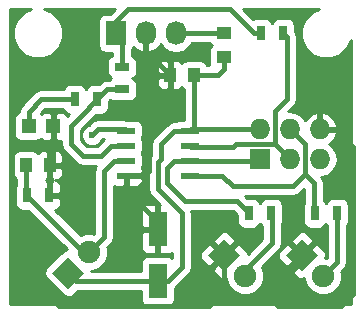
<source format=gtl>
G04 #@! TF.FileFunction,Copper,L1,Top,Signal*
%FSLAX46Y46*%
G04 Gerber Fmt 4.6, Leading zero omitted, Abs format (unit mm)*
G04 Created by KiCad (PCBNEW 4.0.1-stable) date Tuesday, March 29, 2016 'AMt' 12:48:36 AM*
%MOMM*%
G01*
G04 APERTURE LIST*
%ADD10C,0.100000*%
%ADD11R,1.600200X2.999740*%
%ADD12R,1.000000X1.250000*%
%ADD13C,1.900000*%
%ADD14R,1.198880X1.198880*%
%ADD15R,1.550000X0.600000*%
%ADD16R,1.250000X1.000000*%
%ADD17R,1.727200X1.727200*%
%ADD18O,1.727200X1.727200*%
%ADD19R,1.727200X2.032000*%
%ADD20O,1.727200X2.032000*%
%ADD21R,0.700000X1.300000*%
%ADD22R,1.300000X0.700000*%
%ADD23C,0.600000*%
%ADD24C,0.381000*%
%ADD25C,0.254000*%
G04 APERTURE END LIST*
D10*
D11*
X136144000Y-118531640D03*
X136144000Y-114132360D03*
D12*
X139176000Y-101092000D03*
X137176000Y-101092000D03*
X124984000Y-108712000D03*
X126984000Y-108712000D03*
D10*
G36*
X129902858Y-117891355D02*
X128559355Y-119234858D01*
X127145142Y-117820645D01*
X128488645Y-116477142D01*
X129902858Y-117891355D01*
X129902858Y-117891355D01*
G37*
D13*
X130320051Y-116059949D03*
D10*
G36*
X148300645Y-117710858D02*
X146957142Y-116367355D01*
X148371355Y-114953142D01*
X149714858Y-116296645D01*
X148300645Y-117710858D01*
X148300645Y-117710858D01*
G37*
D13*
X150132051Y-118128051D03*
D10*
G36*
X141696645Y-117710858D02*
X140353142Y-116367355D01*
X141767355Y-114953142D01*
X143110858Y-116296645D01*
X141696645Y-117710858D01*
X141696645Y-117710858D01*
G37*
D13*
X143528051Y-118128051D03*
D14*
X125188980Y-105410000D03*
X127287020Y-105410000D03*
D15*
X133444000Y-105791000D03*
X133444000Y-107061000D03*
X133444000Y-108331000D03*
X133444000Y-109601000D03*
X138844000Y-109601000D03*
X138844000Y-108331000D03*
X138844000Y-107061000D03*
X138844000Y-105791000D03*
D16*
X141732000Y-99552000D03*
X141732000Y-97552000D03*
D17*
X144780000Y-108204000D03*
D18*
X144780000Y-105664000D03*
X147320000Y-108204000D03*
X147320000Y-105664000D03*
X149860000Y-108204000D03*
X149860000Y-105664000D03*
D19*
X132588000Y-97536000D03*
D20*
X135128000Y-97536000D03*
X137668000Y-97536000D03*
D21*
X125034000Y-111252000D03*
X126934000Y-111252000D03*
X149418000Y-112776000D03*
X151318000Y-112776000D03*
X143830000Y-112776000D03*
X145730000Y-112776000D03*
X130998000Y-103124000D03*
X129098000Y-103124000D03*
D22*
X133096000Y-100396000D03*
X133096000Y-102296000D03*
D21*
X144846000Y-97536000D03*
X146746000Y-97536000D03*
D23*
X130556000Y-106172000D03*
D24*
X136144000Y-118531640D02*
X136992360Y-118531640D01*
X137541000Y-105791000D02*
X138844000Y-105791000D01*
X136398000Y-106934000D02*
X137541000Y-105791000D01*
X136398000Y-108204000D02*
X136398000Y-106934000D01*
X136144000Y-108458000D02*
X136398000Y-108204000D01*
X136144000Y-110744000D02*
X136144000Y-108458000D01*
X138176000Y-112776000D02*
X136144000Y-110744000D01*
X138176000Y-117348000D02*
X138176000Y-112776000D01*
X136992360Y-118531640D02*
X138176000Y-117348000D01*
X139176000Y-101092000D02*
X139176000Y-105459000D01*
X139176000Y-105459000D02*
X138844000Y-105791000D01*
X141732000Y-99552000D02*
X141732000Y-99568000D01*
X144780000Y-105664000D02*
X138971000Y-105664000D01*
X138971000Y-105664000D02*
X138844000Y-105791000D01*
X141732000Y-99552000D02*
X141732000Y-100584000D01*
X141224000Y-101092000D02*
X139176000Y-101092000D01*
X141732000Y-100584000D02*
X141224000Y-101092000D01*
X136144000Y-118531640D02*
X129199640Y-118531640D01*
X129199640Y-118531640D02*
X128524000Y-117856000D01*
X145288000Y-119888000D02*
X145542000Y-119888000D01*
X151130000Y-105664000D02*
X149860000Y-105664000D01*
X152654000Y-107188000D02*
X151130000Y-105664000D01*
X152654000Y-119634000D02*
X152654000Y-107188000D01*
X151638000Y-120650000D02*
X152654000Y-119634000D01*
X146304000Y-120650000D02*
X151638000Y-120650000D01*
X145542000Y-119888000D02*
X146304000Y-120650000D01*
X141732000Y-119380000D02*
X140462000Y-120650000D01*
X123698000Y-116586000D02*
X123698000Y-106680000D01*
X127762000Y-120650000D02*
X123698000Y-116586000D01*
X140462000Y-120650000D02*
X127762000Y-120650000D01*
X134620000Y-109601000D02*
X135001000Y-109601000D01*
X135382000Y-105410000D02*
X136144000Y-104648000D01*
X135382000Y-109220000D02*
X135382000Y-105410000D01*
X135001000Y-109601000D02*
X135382000Y-109220000D01*
X126984000Y-108712000D02*
X126984000Y-107426000D01*
X126984000Y-107426000D02*
X126492000Y-106934000D01*
X126492000Y-106934000D02*
X123952000Y-106934000D01*
X123952000Y-106934000D02*
X123698000Y-106680000D01*
X123698000Y-106680000D02*
X123698000Y-103632000D01*
X136922000Y-101346000D02*
X137176000Y-101092000D01*
X136144000Y-114132360D02*
X136144000Y-113538000D01*
X136144000Y-113538000D02*
X133444000Y-110838000D01*
X133444000Y-110838000D02*
X133444000Y-109601000D01*
X137176000Y-101092000D02*
X137176000Y-103616000D01*
X134620000Y-109601000D02*
X133444000Y-109601000D01*
X137176000Y-103616000D02*
X136144000Y-104648000D01*
X127287020Y-105410000D02*
X127287020Y-108408980D01*
X127287020Y-108408980D02*
X126984000Y-108712000D01*
X126984000Y-108712000D02*
X126984000Y-111202000D01*
X126984000Y-111202000D02*
X126934000Y-111252000D01*
X148336000Y-116332000D02*
X148336000Y-116840000D01*
X148336000Y-116840000D02*
X145288000Y-119888000D01*
X145288000Y-119888000D02*
X142240000Y-119888000D01*
X142240000Y-119888000D02*
X141732000Y-119380000D01*
X141732000Y-119380000D02*
X141732000Y-119380000D01*
X141732000Y-119380000D02*
X141732000Y-116332000D01*
X135128000Y-97536000D02*
X135128000Y-99044000D01*
X135128000Y-99044000D02*
X137176000Y-101092000D01*
X133444000Y-108331000D02*
X132461000Y-108331000D01*
X131572000Y-114808000D02*
X130320051Y-116059949D01*
X131572000Y-109220000D02*
X131572000Y-114808000D01*
X132461000Y-108331000D02*
X131572000Y-109220000D01*
X124984000Y-108712000D02*
X124984000Y-111202000D01*
X124984000Y-111202000D02*
X129841949Y-116059949D01*
X129841949Y-116059949D02*
X130320051Y-116059949D01*
X150132051Y-118128051D02*
X150132051Y-118091949D01*
X150132051Y-118091949D02*
X151318000Y-116906000D01*
X151318000Y-116906000D02*
X151318000Y-112776000D01*
X143528051Y-118128051D02*
X143528051Y-117583949D01*
X143528051Y-117583949D02*
X145796000Y-115316000D01*
X145796000Y-115316000D02*
X145796000Y-112842000D01*
X145796000Y-112842000D02*
X145730000Y-112776000D01*
X125188980Y-105410000D02*
X125188980Y-104173020D01*
X126238000Y-103124000D02*
X129098000Y-103124000D01*
X125188980Y-104173020D02*
X126238000Y-103124000D01*
X130556000Y-106172000D02*
X131064000Y-105664000D01*
X131064000Y-105664000D02*
X133317000Y-105664000D01*
X133317000Y-105664000D02*
X133444000Y-105791000D01*
X133444000Y-107061000D02*
X132207000Y-107061000D01*
X130302000Y-103820000D02*
X130998000Y-103124000D01*
X130302000Y-103886000D02*
X130302000Y-103820000D01*
X128778000Y-105410000D02*
X130302000Y-103886000D01*
X128778000Y-106934000D02*
X128778000Y-105410000D01*
X129794000Y-107950000D02*
X128778000Y-106934000D01*
X131318000Y-107950000D02*
X129794000Y-107950000D01*
X132207000Y-107061000D02*
X131318000Y-107950000D01*
X133096000Y-102296000D02*
X131826000Y-102296000D01*
X131826000Y-102296000D02*
X130998000Y-103124000D01*
X138844000Y-109601000D02*
X141605000Y-109601000D01*
X147574000Y-110490000D02*
X148590000Y-109474000D01*
X142494000Y-110490000D02*
X147574000Y-110490000D01*
X141605000Y-109601000D02*
X142494000Y-110490000D01*
X147320000Y-105664000D02*
X148590000Y-106934000D01*
X149352000Y-110236000D02*
X149352000Y-112710000D01*
X148590000Y-109474000D02*
X149352000Y-110236000D01*
X148590000Y-106934000D02*
X148590000Y-109474000D01*
X149352000Y-112710000D02*
X149418000Y-112776000D01*
X147320000Y-105410000D02*
X147320000Y-105664000D01*
X138844000Y-108331000D02*
X137541000Y-108331000D01*
X142814000Y-111760000D02*
X143830000Y-112776000D01*
X138430000Y-111760000D02*
X142814000Y-111760000D01*
X136906000Y-110236000D02*
X138430000Y-111760000D01*
X136906000Y-108966000D02*
X136906000Y-110236000D01*
X137541000Y-108331000D02*
X136906000Y-108966000D01*
X138844000Y-108331000D02*
X144653000Y-108331000D01*
X144653000Y-108331000D02*
X144780000Y-108204000D01*
X146050000Y-106934000D02*
X146050000Y-104140000D01*
X147066000Y-103124000D02*
X147066000Y-97856000D01*
X146050000Y-104140000D02*
X147066000Y-103124000D01*
X147066000Y-97856000D02*
X146746000Y-97536000D01*
X147320000Y-108204000D02*
X146050000Y-106934000D01*
X142494000Y-107188000D02*
X138971000Y-107188000D01*
X142748000Y-106934000D02*
X142494000Y-107188000D01*
X146050000Y-106934000D02*
X142748000Y-106934000D01*
X138971000Y-107188000D02*
X138844000Y-107061000D01*
X141732000Y-97552000D02*
X137684000Y-97552000D01*
X137684000Y-97552000D02*
X137668000Y-97536000D01*
X133096000Y-100396000D02*
X133096000Y-98044000D01*
X133096000Y-98044000D02*
X132588000Y-97536000D01*
X132588000Y-97536000D02*
X132588000Y-96520000D01*
X132588000Y-96520000D02*
X133604000Y-95504000D01*
X144272000Y-97536000D02*
X144846000Y-97536000D01*
X142240000Y-95504000D02*
X144272000Y-97536000D01*
X133604000Y-95504000D02*
X142240000Y-95504000D01*
D25*
G36*
X149160200Y-95724980D02*
X148559091Y-96325041D01*
X148233372Y-97109459D01*
X148232630Y-97958815D01*
X148556980Y-98743800D01*
X149157041Y-99344909D01*
X149941459Y-99670628D01*
X150790815Y-99671370D01*
X151575800Y-99347020D01*
X152176909Y-98746959D01*
X152452000Y-98084467D01*
X152452000Y-120448000D01*
X137428065Y-120448000D01*
X137540531Y-120283400D01*
X137591540Y-120031510D01*
X137591540Y-119099894D01*
X138759714Y-117931719D01*
X138759717Y-117931717D01*
X138938663Y-117663905D01*
X138942379Y-117645224D01*
X139001501Y-117348000D01*
X139001500Y-117347995D01*
X139001500Y-116241046D01*
X139718142Y-116241046D01*
X139718142Y-116493664D01*
X139814814Y-116727053D01*
X140373825Y-117286064D01*
X140598331Y-117286064D01*
X141552395Y-116332000D01*
X140633686Y-115413292D01*
X140409180Y-115413292D01*
X139814815Y-116007656D01*
X139718142Y-116241046D01*
X139001500Y-116241046D01*
X139001500Y-115009180D01*
X140813292Y-115009180D01*
X140813292Y-115233686D01*
X141732000Y-116152395D01*
X142686064Y-115198331D01*
X142686064Y-114973825D01*
X142127053Y-114414814D01*
X141893664Y-114318142D01*
X141641046Y-114318142D01*
X141407656Y-114414815D01*
X140813292Y-115009180D01*
X139001500Y-115009180D01*
X139001500Y-112776005D01*
X139001501Y-112776000D01*
X138963608Y-112585500D01*
X142472066Y-112585500D01*
X142832560Y-112945994D01*
X142832560Y-113426000D01*
X142876838Y-113661317D01*
X143015910Y-113877441D01*
X143228110Y-114022431D01*
X143480000Y-114073440D01*
X144180000Y-114073440D01*
X144415317Y-114029162D01*
X144631441Y-113890090D01*
X144776431Y-113677890D01*
X144779081Y-113664803D01*
X144915910Y-113877441D01*
X144970500Y-113914741D01*
X144970500Y-114974067D01*
X143745858Y-116198708D01*
X143745858Y-116170336D01*
X143649186Y-115936947D01*
X143090175Y-115377936D01*
X142865669Y-115377936D01*
X141911605Y-116332000D01*
X141925748Y-116346142D01*
X141746142Y-116525748D01*
X141732000Y-116511605D01*
X140777936Y-117465669D01*
X140777936Y-117690175D01*
X141336947Y-118249186D01*
X141570336Y-118345858D01*
X141822954Y-118345858D01*
X141942903Y-118296173D01*
X141942776Y-118441944D01*
X142183570Y-119024708D01*
X142629048Y-119470965D01*
X143211392Y-119712775D01*
X143841944Y-119713326D01*
X144424708Y-119472532D01*
X144870965Y-119027054D01*
X145112775Y-118444710D01*
X145113326Y-117814158D01*
X144923847Y-117355586D01*
X146038387Y-116241046D01*
X146322142Y-116241046D01*
X146322142Y-116493664D01*
X146418814Y-116727053D01*
X146977825Y-117286064D01*
X147202331Y-117286064D01*
X148156395Y-116332000D01*
X147237686Y-115413292D01*
X147013180Y-115413292D01*
X146418815Y-116007656D01*
X146322142Y-116241046D01*
X146038387Y-116241046D01*
X146379714Y-115899719D01*
X146379717Y-115899717D01*
X146486987Y-115739176D01*
X146558663Y-115631906D01*
X146621500Y-115316000D01*
X146621500Y-115009180D01*
X147417292Y-115009180D01*
X147417292Y-115233686D01*
X148336000Y-116152395D01*
X149290064Y-115198331D01*
X149290064Y-114973825D01*
X148731053Y-114414814D01*
X148497664Y-114318142D01*
X148245046Y-114318142D01*
X148011656Y-114414815D01*
X147417292Y-115009180D01*
X146621500Y-115009180D01*
X146621500Y-113758284D01*
X146676431Y-113677890D01*
X146727440Y-113426000D01*
X146727440Y-112126000D01*
X146683162Y-111890683D01*
X146544090Y-111674559D01*
X146331890Y-111529569D01*
X146080000Y-111478560D01*
X145380000Y-111478560D01*
X145144683Y-111522838D01*
X144928559Y-111661910D01*
X144783569Y-111874110D01*
X144780919Y-111887197D01*
X144644090Y-111674559D01*
X144431890Y-111529569D01*
X144180000Y-111478560D01*
X143699994Y-111478560D01*
X143536934Y-111315500D01*
X147574000Y-111315500D01*
X147889906Y-111252663D01*
X148157717Y-111073717D01*
X148526500Y-110704934D01*
X148526500Y-111793716D01*
X148471569Y-111874110D01*
X148420560Y-112126000D01*
X148420560Y-113426000D01*
X148464838Y-113661317D01*
X148603910Y-113877441D01*
X148816110Y-114022431D01*
X149068000Y-114073440D01*
X149768000Y-114073440D01*
X150003317Y-114029162D01*
X150219441Y-113890090D01*
X150364431Y-113677890D01*
X150367081Y-113664803D01*
X150492500Y-113859709D01*
X150492500Y-116561510D01*
X150448710Y-116543327D01*
X150300052Y-116543197D01*
X150349858Y-116422954D01*
X150349858Y-116170336D01*
X150253186Y-115936947D01*
X149694175Y-115377936D01*
X149469669Y-115377936D01*
X148515605Y-116332000D01*
X148529748Y-116346142D01*
X148350142Y-116525748D01*
X148336000Y-116511605D01*
X147381936Y-117465669D01*
X147381936Y-117690175D01*
X147940947Y-118249186D01*
X148174336Y-118345858D01*
X148426954Y-118345858D01*
X148546903Y-118296173D01*
X148546776Y-118441944D01*
X148787570Y-119024708D01*
X149233048Y-119470965D01*
X149815392Y-119712775D01*
X150445944Y-119713326D01*
X151028708Y-119472532D01*
X151474965Y-119027054D01*
X151716775Y-118444710D01*
X151717326Y-117814158D01*
X151676378Y-117715056D01*
X151901717Y-117489717D01*
X152080663Y-117221906D01*
X152143500Y-116906000D01*
X152143500Y-113854878D01*
X152264431Y-113677890D01*
X152315440Y-113426000D01*
X152315440Y-112126000D01*
X152271162Y-111890683D01*
X152132090Y-111674559D01*
X151919890Y-111529569D01*
X151668000Y-111478560D01*
X150968000Y-111478560D01*
X150732683Y-111522838D01*
X150516559Y-111661910D01*
X150371569Y-111874110D01*
X150368919Y-111887197D01*
X150232090Y-111674559D01*
X150177500Y-111637259D01*
X150177500Y-110236005D01*
X150177501Y-110236000D01*
X150114663Y-109920095D01*
X150084750Y-109875327D01*
X149973826Y-109709318D01*
X150433489Y-109617885D01*
X150919670Y-109293029D01*
X151244526Y-108806848D01*
X151358600Y-108233359D01*
X151358600Y-108174641D01*
X151244526Y-107601152D01*
X150919670Y-107114971D01*
X150648839Y-106934008D01*
X151066821Y-106552490D01*
X151314968Y-106023027D01*
X151194469Y-105791000D01*
X149987000Y-105791000D01*
X149987000Y-105811000D01*
X149733000Y-105811000D01*
X149733000Y-105791000D01*
X149713000Y-105791000D01*
X149713000Y-105537000D01*
X149733000Y-105537000D01*
X149733000Y-104330183D01*
X149987000Y-104330183D01*
X149987000Y-105537000D01*
X151194469Y-105537000D01*
X151314968Y-105304973D01*
X151066821Y-104775510D01*
X150634947Y-104381312D01*
X150219026Y-104209042D01*
X149987000Y-104330183D01*
X149733000Y-104330183D01*
X149500974Y-104209042D01*
X149085053Y-104381312D01*
X148653179Y-104775510D01*
X148595664Y-104898228D01*
X148379670Y-104574971D01*
X147893489Y-104250115D01*
X147320000Y-104136041D01*
X147196909Y-104160525D01*
X147649717Y-103707717D01*
X147828663Y-103439906D01*
X147891501Y-103124000D01*
X147891500Y-103123995D01*
X147891500Y-97856000D01*
X147828663Y-97540095D01*
X147828663Y-97540094D01*
X147743440Y-97412550D01*
X147743440Y-96886000D01*
X147699162Y-96650683D01*
X147560090Y-96434559D01*
X147347890Y-96289569D01*
X147096000Y-96238560D01*
X146396000Y-96238560D01*
X146160683Y-96282838D01*
X145944559Y-96421910D01*
X145799569Y-96634110D01*
X145796919Y-96647197D01*
X145660090Y-96434559D01*
X145447890Y-96289569D01*
X145196000Y-96238560D01*
X144496000Y-96238560D01*
X144260683Y-96282838D01*
X144215407Y-96311973D01*
X143355434Y-95452000D01*
X149820860Y-95452000D01*
X149160200Y-95724980D01*
X149160200Y-95724980D01*
G37*
X149160200Y-95724980D02*
X148559091Y-96325041D01*
X148233372Y-97109459D01*
X148232630Y-97958815D01*
X148556980Y-98743800D01*
X149157041Y-99344909D01*
X149941459Y-99670628D01*
X150790815Y-99671370D01*
X151575800Y-99347020D01*
X152176909Y-98746959D01*
X152452000Y-98084467D01*
X152452000Y-120448000D01*
X137428065Y-120448000D01*
X137540531Y-120283400D01*
X137591540Y-120031510D01*
X137591540Y-119099894D01*
X138759714Y-117931719D01*
X138759717Y-117931717D01*
X138938663Y-117663905D01*
X138942379Y-117645224D01*
X139001501Y-117348000D01*
X139001500Y-117347995D01*
X139001500Y-116241046D01*
X139718142Y-116241046D01*
X139718142Y-116493664D01*
X139814814Y-116727053D01*
X140373825Y-117286064D01*
X140598331Y-117286064D01*
X141552395Y-116332000D01*
X140633686Y-115413292D01*
X140409180Y-115413292D01*
X139814815Y-116007656D01*
X139718142Y-116241046D01*
X139001500Y-116241046D01*
X139001500Y-115009180D01*
X140813292Y-115009180D01*
X140813292Y-115233686D01*
X141732000Y-116152395D01*
X142686064Y-115198331D01*
X142686064Y-114973825D01*
X142127053Y-114414814D01*
X141893664Y-114318142D01*
X141641046Y-114318142D01*
X141407656Y-114414815D01*
X140813292Y-115009180D01*
X139001500Y-115009180D01*
X139001500Y-112776005D01*
X139001501Y-112776000D01*
X138963608Y-112585500D01*
X142472066Y-112585500D01*
X142832560Y-112945994D01*
X142832560Y-113426000D01*
X142876838Y-113661317D01*
X143015910Y-113877441D01*
X143228110Y-114022431D01*
X143480000Y-114073440D01*
X144180000Y-114073440D01*
X144415317Y-114029162D01*
X144631441Y-113890090D01*
X144776431Y-113677890D01*
X144779081Y-113664803D01*
X144915910Y-113877441D01*
X144970500Y-113914741D01*
X144970500Y-114974067D01*
X143745858Y-116198708D01*
X143745858Y-116170336D01*
X143649186Y-115936947D01*
X143090175Y-115377936D01*
X142865669Y-115377936D01*
X141911605Y-116332000D01*
X141925748Y-116346142D01*
X141746142Y-116525748D01*
X141732000Y-116511605D01*
X140777936Y-117465669D01*
X140777936Y-117690175D01*
X141336947Y-118249186D01*
X141570336Y-118345858D01*
X141822954Y-118345858D01*
X141942903Y-118296173D01*
X141942776Y-118441944D01*
X142183570Y-119024708D01*
X142629048Y-119470965D01*
X143211392Y-119712775D01*
X143841944Y-119713326D01*
X144424708Y-119472532D01*
X144870965Y-119027054D01*
X145112775Y-118444710D01*
X145113326Y-117814158D01*
X144923847Y-117355586D01*
X146038387Y-116241046D01*
X146322142Y-116241046D01*
X146322142Y-116493664D01*
X146418814Y-116727053D01*
X146977825Y-117286064D01*
X147202331Y-117286064D01*
X148156395Y-116332000D01*
X147237686Y-115413292D01*
X147013180Y-115413292D01*
X146418815Y-116007656D01*
X146322142Y-116241046D01*
X146038387Y-116241046D01*
X146379714Y-115899719D01*
X146379717Y-115899717D01*
X146486987Y-115739176D01*
X146558663Y-115631906D01*
X146621500Y-115316000D01*
X146621500Y-115009180D01*
X147417292Y-115009180D01*
X147417292Y-115233686D01*
X148336000Y-116152395D01*
X149290064Y-115198331D01*
X149290064Y-114973825D01*
X148731053Y-114414814D01*
X148497664Y-114318142D01*
X148245046Y-114318142D01*
X148011656Y-114414815D01*
X147417292Y-115009180D01*
X146621500Y-115009180D01*
X146621500Y-113758284D01*
X146676431Y-113677890D01*
X146727440Y-113426000D01*
X146727440Y-112126000D01*
X146683162Y-111890683D01*
X146544090Y-111674559D01*
X146331890Y-111529569D01*
X146080000Y-111478560D01*
X145380000Y-111478560D01*
X145144683Y-111522838D01*
X144928559Y-111661910D01*
X144783569Y-111874110D01*
X144780919Y-111887197D01*
X144644090Y-111674559D01*
X144431890Y-111529569D01*
X144180000Y-111478560D01*
X143699994Y-111478560D01*
X143536934Y-111315500D01*
X147574000Y-111315500D01*
X147889906Y-111252663D01*
X148157717Y-111073717D01*
X148526500Y-110704934D01*
X148526500Y-111793716D01*
X148471569Y-111874110D01*
X148420560Y-112126000D01*
X148420560Y-113426000D01*
X148464838Y-113661317D01*
X148603910Y-113877441D01*
X148816110Y-114022431D01*
X149068000Y-114073440D01*
X149768000Y-114073440D01*
X150003317Y-114029162D01*
X150219441Y-113890090D01*
X150364431Y-113677890D01*
X150367081Y-113664803D01*
X150492500Y-113859709D01*
X150492500Y-116561510D01*
X150448710Y-116543327D01*
X150300052Y-116543197D01*
X150349858Y-116422954D01*
X150349858Y-116170336D01*
X150253186Y-115936947D01*
X149694175Y-115377936D01*
X149469669Y-115377936D01*
X148515605Y-116332000D01*
X148529748Y-116346142D01*
X148350142Y-116525748D01*
X148336000Y-116511605D01*
X147381936Y-117465669D01*
X147381936Y-117690175D01*
X147940947Y-118249186D01*
X148174336Y-118345858D01*
X148426954Y-118345858D01*
X148546903Y-118296173D01*
X148546776Y-118441944D01*
X148787570Y-119024708D01*
X149233048Y-119470965D01*
X149815392Y-119712775D01*
X150445944Y-119713326D01*
X151028708Y-119472532D01*
X151474965Y-119027054D01*
X151716775Y-118444710D01*
X151717326Y-117814158D01*
X151676378Y-117715056D01*
X151901717Y-117489717D01*
X152080663Y-117221906D01*
X152143500Y-116906000D01*
X152143500Y-113854878D01*
X152264431Y-113677890D01*
X152315440Y-113426000D01*
X152315440Y-112126000D01*
X152271162Y-111890683D01*
X152132090Y-111674559D01*
X151919890Y-111529569D01*
X151668000Y-111478560D01*
X150968000Y-111478560D01*
X150732683Y-111522838D01*
X150516559Y-111661910D01*
X150371569Y-111874110D01*
X150368919Y-111887197D01*
X150232090Y-111674559D01*
X150177500Y-111637259D01*
X150177500Y-110236005D01*
X150177501Y-110236000D01*
X150114663Y-109920095D01*
X150084750Y-109875327D01*
X149973826Y-109709318D01*
X150433489Y-109617885D01*
X150919670Y-109293029D01*
X151244526Y-108806848D01*
X151358600Y-108233359D01*
X151358600Y-108174641D01*
X151244526Y-107601152D01*
X150919670Y-107114971D01*
X150648839Y-106934008D01*
X151066821Y-106552490D01*
X151314968Y-106023027D01*
X151194469Y-105791000D01*
X149987000Y-105791000D01*
X149987000Y-105811000D01*
X149733000Y-105811000D01*
X149733000Y-105791000D01*
X149713000Y-105791000D01*
X149713000Y-105537000D01*
X149733000Y-105537000D01*
X149733000Y-104330183D01*
X149987000Y-104330183D01*
X149987000Y-105537000D01*
X151194469Y-105537000D01*
X151314968Y-105304973D01*
X151066821Y-104775510D01*
X150634947Y-104381312D01*
X150219026Y-104209042D01*
X149987000Y-104330183D01*
X149733000Y-104330183D01*
X149500974Y-104209042D01*
X149085053Y-104381312D01*
X148653179Y-104775510D01*
X148595664Y-104898228D01*
X148379670Y-104574971D01*
X147893489Y-104250115D01*
X147320000Y-104136041D01*
X147196909Y-104160525D01*
X147649717Y-103707717D01*
X147828663Y-103439906D01*
X147891501Y-103124000D01*
X147891500Y-103123995D01*
X147891500Y-97856000D01*
X147828663Y-97540095D01*
X147828663Y-97540094D01*
X147743440Y-97412550D01*
X147743440Y-96886000D01*
X147699162Y-96650683D01*
X147560090Y-96434559D01*
X147347890Y-96289569D01*
X147096000Y-96238560D01*
X146396000Y-96238560D01*
X146160683Y-96282838D01*
X145944559Y-96421910D01*
X145799569Y-96634110D01*
X145796919Y-96647197D01*
X145660090Y-96434559D01*
X145447890Y-96289569D01*
X145196000Y-96238560D01*
X144496000Y-96238560D01*
X144260683Y-96282838D01*
X144215407Y-96311973D01*
X143355434Y-95452000D01*
X149820860Y-95452000D01*
X149160200Y-95724980D01*
G36*
X124776200Y-95724980D02*
X124175091Y-96325041D01*
X123849372Y-97109459D01*
X123848630Y-97958815D01*
X124172980Y-98743800D01*
X124773041Y-99344909D01*
X125557459Y-99670628D01*
X126406815Y-99671370D01*
X127191800Y-99347020D01*
X127792909Y-98746959D01*
X128118628Y-97962541D01*
X128119370Y-97113185D01*
X127795020Y-96328200D01*
X127194959Y-95727091D01*
X126532467Y-95452000D01*
X132488566Y-95452000D01*
X132068006Y-95872560D01*
X131724400Y-95872560D01*
X131489083Y-95916838D01*
X131272959Y-96055910D01*
X131127969Y-96268110D01*
X131076960Y-96520000D01*
X131076960Y-98552000D01*
X131121238Y-98787317D01*
X131260310Y-99003441D01*
X131472510Y-99148431D01*
X131724400Y-99199440D01*
X132270500Y-99199440D01*
X132270500Y-99431583D01*
X132210683Y-99442838D01*
X131994559Y-99581910D01*
X131849569Y-99794110D01*
X131798560Y-100046000D01*
X131798560Y-100746000D01*
X131842838Y-100981317D01*
X131981910Y-101197441D01*
X132194110Y-101342431D01*
X132207197Y-101345081D01*
X132012291Y-101470500D01*
X131826005Y-101470500D01*
X131826000Y-101470499D01*
X131510095Y-101533337D01*
X131242283Y-101712283D01*
X131128006Y-101826560D01*
X130648000Y-101826560D01*
X130412683Y-101870838D01*
X130196559Y-102009910D01*
X130051569Y-102222110D01*
X130048919Y-102235197D01*
X129912090Y-102022559D01*
X129699890Y-101877569D01*
X129448000Y-101826560D01*
X128748000Y-101826560D01*
X128512683Y-101870838D01*
X128296559Y-102009910D01*
X128151569Y-102222110D01*
X128136100Y-102298500D01*
X126238000Y-102298500D01*
X125922094Y-102361337D01*
X125814824Y-102433013D01*
X125654283Y-102540283D01*
X125654281Y-102540286D01*
X124605263Y-103589303D01*
X124426317Y-103857114D01*
X124396042Y-104009317D01*
X124363480Y-104173020D01*
X124363480Y-104205656D01*
X124354223Y-104207398D01*
X124138099Y-104346470D01*
X123993109Y-104558670D01*
X123942100Y-104810560D01*
X123942100Y-106009440D01*
X123986378Y-106244757D01*
X124125450Y-106460881D01*
X124337650Y-106605871D01*
X124589540Y-106656880D01*
X125788420Y-106656880D01*
X126023737Y-106612602D01*
X126239861Y-106473530D01*
X126245456Y-106465341D01*
X126327882Y-106547767D01*
X126561271Y-106644440D01*
X127001270Y-106644440D01*
X127160020Y-106485690D01*
X127160020Y-105537000D01*
X127140020Y-105537000D01*
X127140020Y-105283000D01*
X127160020Y-105283000D01*
X127160020Y-104334310D01*
X127001270Y-104175560D01*
X126561271Y-104175560D01*
X126327882Y-104272233D01*
X126245669Y-104354445D01*
X126203679Y-104325754D01*
X126579933Y-103949500D01*
X128133583Y-103949500D01*
X128144838Y-104009317D01*
X128283910Y-104225441D01*
X128496110Y-104370431D01*
X128624197Y-104396369D01*
X128467233Y-104553334D01*
X128424787Y-104450861D01*
X128246158Y-104272233D01*
X128012769Y-104175560D01*
X127572770Y-104175560D01*
X127414020Y-104334310D01*
X127414020Y-105283000D01*
X127434020Y-105283000D01*
X127434020Y-105537000D01*
X127414020Y-105537000D01*
X127414020Y-106485690D01*
X127572770Y-106644440D01*
X127952500Y-106644440D01*
X127952500Y-106934000D01*
X128015337Y-107249906D01*
X128194283Y-107517717D01*
X129210283Y-108533717D01*
X129478094Y-108712663D01*
X129794000Y-108775501D01*
X129794005Y-108775500D01*
X130895261Y-108775500D01*
X130809337Y-108904094D01*
X130781962Y-109041717D01*
X130746500Y-109220000D01*
X130746500Y-114466067D01*
X130707816Y-114504751D01*
X130636710Y-114475225D01*
X130006158Y-114474674D01*
X129594289Y-114644856D01*
X127464137Y-112514704D01*
X127643698Y-112440327D01*
X127822327Y-112261699D01*
X127919000Y-112028310D01*
X127919000Y-111537750D01*
X127760250Y-111379000D01*
X127061000Y-111379000D01*
X127061000Y-111399000D01*
X126807000Y-111399000D01*
X126807000Y-111379000D01*
X126787000Y-111379000D01*
X126787000Y-111125000D01*
X126807000Y-111125000D01*
X126807000Y-110125750D01*
X127061000Y-110125750D01*
X127061000Y-111125000D01*
X127760250Y-111125000D01*
X127919000Y-110966250D01*
X127919000Y-110475690D01*
X127822327Y-110242301D01*
X127643698Y-110063673D01*
X127422380Y-109972000D01*
X127610309Y-109972000D01*
X127843698Y-109875327D01*
X128022327Y-109696699D01*
X128119000Y-109463310D01*
X128119000Y-108997750D01*
X127960250Y-108839000D01*
X127111000Y-108839000D01*
X127111000Y-109813250D01*
X127264750Y-109967000D01*
X127219750Y-109967000D01*
X127061000Y-110125750D01*
X126807000Y-110125750D01*
X126653250Y-109972000D01*
X126698250Y-109972000D01*
X126857000Y-109813250D01*
X126857000Y-108839000D01*
X126837000Y-108839000D01*
X126837000Y-108585000D01*
X126857000Y-108585000D01*
X126857000Y-107610750D01*
X127111000Y-107610750D01*
X127111000Y-108585000D01*
X127960250Y-108585000D01*
X128119000Y-108426250D01*
X128119000Y-107960690D01*
X128022327Y-107727301D01*
X127843698Y-107548673D01*
X127610309Y-107452000D01*
X127269750Y-107452000D01*
X127111000Y-107610750D01*
X126857000Y-107610750D01*
X126698250Y-107452000D01*
X126357691Y-107452000D01*
X126124302Y-107548673D01*
X125983064Y-107689910D01*
X125948090Y-107635559D01*
X125735890Y-107490569D01*
X125484000Y-107439560D01*
X124484000Y-107439560D01*
X124248683Y-107483838D01*
X124032559Y-107622910D01*
X123887569Y-107835110D01*
X123836560Y-108087000D01*
X123836560Y-109337000D01*
X123880838Y-109572317D01*
X124019910Y-109788441D01*
X124158500Y-109883135D01*
X124158500Y-110246299D01*
X124087569Y-110350110D01*
X124036560Y-110602000D01*
X124036560Y-111902000D01*
X124080838Y-112137317D01*
X124219910Y-112353441D01*
X124432110Y-112498431D01*
X124684000Y-112549440D01*
X125164006Y-112549440D01*
X128452765Y-115838198D01*
X128245018Y-115877288D01*
X128030836Y-116019333D01*
X126687333Y-117362836D01*
X126552248Y-117560539D01*
X126497764Y-117811701D01*
X126545288Y-118064272D01*
X126687333Y-118278454D01*
X128101546Y-119692667D01*
X128299249Y-119827752D01*
X128550411Y-119882236D01*
X128802982Y-119834712D01*
X129017164Y-119692667D01*
X129352691Y-119357140D01*
X134696460Y-119357140D01*
X134696460Y-120031510D01*
X134740738Y-120266827D01*
X134857320Y-120448000D01*
X123646000Y-120448000D01*
X123646000Y-95452000D01*
X125436860Y-95452000D01*
X124776200Y-95724980D01*
X124776200Y-95724980D01*
G37*
X124776200Y-95724980D02*
X124175091Y-96325041D01*
X123849372Y-97109459D01*
X123848630Y-97958815D01*
X124172980Y-98743800D01*
X124773041Y-99344909D01*
X125557459Y-99670628D01*
X126406815Y-99671370D01*
X127191800Y-99347020D01*
X127792909Y-98746959D01*
X128118628Y-97962541D01*
X128119370Y-97113185D01*
X127795020Y-96328200D01*
X127194959Y-95727091D01*
X126532467Y-95452000D01*
X132488566Y-95452000D01*
X132068006Y-95872560D01*
X131724400Y-95872560D01*
X131489083Y-95916838D01*
X131272959Y-96055910D01*
X131127969Y-96268110D01*
X131076960Y-96520000D01*
X131076960Y-98552000D01*
X131121238Y-98787317D01*
X131260310Y-99003441D01*
X131472510Y-99148431D01*
X131724400Y-99199440D01*
X132270500Y-99199440D01*
X132270500Y-99431583D01*
X132210683Y-99442838D01*
X131994559Y-99581910D01*
X131849569Y-99794110D01*
X131798560Y-100046000D01*
X131798560Y-100746000D01*
X131842838Y-100981317D01*
X131981910Y-101197441D01*
X132194110Y-101342431D01*
X132207197Y-101345081D01*
X132012291Y-101470500D01*
X131826005Y-101470500D01*
X131826000Y-101470499D01*
X131510095Y-101533337D01*
X131242283Y-101712283D01*
X131128006Y-101826560D01*
X130648000Y-101826560D01*
X130412683Y-101870838D01*
X130196559Y-102009910D01*
X130051569Y-102222110D01*
X130048919Y-102235197D01*
X129912090Y-102022559D01*
X129699890Y-101877569D01*
X129448000Y-101826560D01*
X128748000Y-101826560D01*
X128512683Y-101870838D01*
X128296559Y-102009910D01*
X128151569Y-102222110D01*
X128136100Y-102298500D01*
X126238000Y-102298500D01*
X125922094Y-102361337D01*
X125814824Y-102433013D01*
X125654283Y-102540283D01*
X125654281Y-102540286D01*
X124605263Y-103589303D01*
X124426317Y-103857114D01*
X124396042Y-104009317D01*
X124363480Y-104173020D01*
X124363480Y-104205656D01*
X124354223Y-104207398D01*
X124138099Y-104346470D01*
X123993109Y-104558670D01*
X123942100Y-104810560D01*
X123942100Y-106009440D01*
X123986378Y-106244757D01*
X124125450Y-106460881D01*
X124337650Y-106605871D01*
X124589540Y-106656880D01*
X125788420Y-106656880D01*
X126023737Y-106612602D01*
X126239861Y-106473530D01*
X126245456Y-106465341D01*
X126327882Y-106547767D01*
X126561271Y-106644440D01*
X127001270Y-106644440D01*
X127160020Y-106485690D01*
X127160020Y-105537000D01*
X127140020Y-105537000D01*
X127140020Y-105283000D01*
X127160020Y-105283000D01*
X127160020Y-104334310D01*
X127001270Y-104175560D01*
X126561271Y-104175560D01*
X126327882Y-104272233D01*
X126245669Y-104354445D01*
X126203679Y-104325754D01*
X126579933Y-103949500D01*
X128133583Y-103949500D01*
X128144838Y-104009317D01*
X128283910Y-104225441D01*
X128496110Y-104370431D01*
X128624197Y-104396369D01*
X128467233Y-104553334D01*
X128424787Y-104450861D01*
X128246158Y-104272233D01*
X128012769Y-104175560D01*
X127572770Y-104175560D01*
X127414020Y-104334310D01*
X127414020Y-105283000D01*
X127434020Y-105283000D01*
X127434020Y-105537000D01*
X127414020Y-105537000D01*
X127414020Y-106485690D01*
X127572770Y-106644440D01*
X127952500Y-106644440D01*
X127952500Y-106934000D01*
X128015337Y-107249906D01*
X128194283Y-107517717D01*
X129210283Y-108533717D01*
X129478094Y-108712663D01*
X129794000Y-108775501D01*
X129794005Y-108775500D01*
X130895261Y-108775500D01*
X130809337Y-108904094D01*
X130781962Y-109041717D01*
X130746500Y-109220000D01*
X130746500Y-114466067D01*
X130707816Y-114504751D01*
X130636710Y-114475225D01*
X130006158Y-114474674D01*
X129594289Y-114644856D01*
X127464137Y-112514704D01*
X127643698Y-112440327D01*
X127822327Y-112261699D01*
X127919000Y-112028310D01*
X127919000Y-111537750D01*
X127760250Y-111379000D01*
X127061000Y-111379000D01*
X127061000Y-111399000D01*
X126807000Y-111399000D01*
X126807000Y-111379000D01*
X126787000Y-111379000D01*
X126787000Y-111125000D01*
X126807000Y-111125000D01*
X126807000Y-110125750D01*
X127061000Y-110125750D01*
X127061000Y-111125000D01*
X127760250Y-111125000D01*
X127919000Y-110966250D01*
X127919000Y-110475690D01*
X127822327Y-110242301D01*
X127643698Y-110063673D01*
X127422380Y-109972000D01*
X127610309Y-109972000D01*
X127843698Y-109875327D01*
X128022327Y-109696699D01*
X128119000Y-109463310D01*
X128119000Y-108997750D01*
X127960250Y-108839000D01*
X127111000Y-108839000D01*
X127111000Y-109813250D01*
X127264750Y-109967000D01*
X127219750Y-109967000D01*
X127061000Y-110125750D01*
X126807000Y-110125750D01*
X126653250Y-109972000D01*
X126698250Y-109972000D01*
X126857000Y-109813250D01*
X126857000Y-108839000D01*
X126837000Y-108839000D01*
X126837000Y-108585000D01*
X126857000Y-108585000D01*
X126857000Y-107610750D01*
X127111000Y-107610750D01*
X127111000Y-108585000D01*
X127960250Y-108585000D01*
X128119000Y-108426250D01*
X128119000Y-107960690D01*
X128022327Y-107727301D01*
X127843698Y-107548673D01*
X127610309Y-107452000D01*
X127269750Y-107452000D01*
X127111000Y-107610750D01*
X126857000Y-107610750D01*
X126698250Y-107452000D01*
X126357691Y-107452000D01*
X126124302Y-107548673D01*
X125983064Y-107689910D01*
X125948090Y-107635559D01*
X125735890Y-107490569D01*
X125484000Y-107439560D01*
X124484000Y-107439560D01*
X124248683Y-107483838D01*
X124032559Y-107622910D01*
X123887569Y-107835110D01*
X123836560Y-108087000D01*
X123836560Y-109337000D01*
X123880838Y-109572317D01*
X124019910Y-109788441D01*
X124158500Y-109883135D01*
X124158500Y-110246299D01*
X124087569Y-110350110D01*
X124036560Y-110602000D01*
X124036560Y-111902000D01*
X124080838Y-112137317D01*
X124219910Y-112353441D01*
X124432110Y-112498431D01*
X124684000Y-112549440D01*
X125164006Y-112549440D01*
X128452765Y-115838198D01*
X128245018Y-115877288D01*
X128030836Y-116019333D01*
X126687333Y-117362836D01*
X126552248Y-117560539D01*
X126497764Y-117811701D01*
X126545288Y-118064272D01*
X126687333Y-118278454D01*
X128101546Y-119692667D01*
X128299249Y-119827752D01*
X128550411Y-119882236D01*
X128802982Y-119834712D01*
X129017164Y-119692667D01*
X129352691Y-119357140D01*
X134696460Y-119357140D01*
X134696460Y-120031510D01*
X134740738Y-120266827D01*
X134857320Y-120448000D01*
X123646000Y-120448000D01*
X123646000Y-95452000D01*
X125436860Y-95452000D01*
X124776200Y-95724980D01*
G36*
X135255000Y-97409000D02*
X135275000Y-97409000D01*
X135275000Y-97663000D01*
X135255000Y-97663000D01*
X135255000Y-99022217D01*
X135487026Y-99143358D01*
X135502791Y-99140709D01*
X136030036Y-98886732D01*
X136401539Y-98470931D01*
X136608330Y-98780415D01*
X137094511Y-99105271D01*
X137668000Y-99219345D01*
X138241489Y-99105271D01*
X138727670Y-98780415D01*
X138996889Y-98377500D01*
X140561869Y-98377500D01*
X140642910Y-98503441D01*
X140712711Y-98551134D01*
X140655559Y-98587910D01*
X140510569Y-98800110D01*
X140459560Y-99052000D01*
X140459560Y-100052000D01*
X140499921Y-100266500D01*
X140285713Y-100266500D01*
X140279162Y-100231683D01*
X140140090Y-100015559D01*
X139927890Y-99870569D01*
X139676000Y-99819560D01*
X138676000Y-99819560D01*
X138440683Y-99863838D01*
X138224559Y-100002910D01*
X138178031Y-100071006D01*
X138035698Y-99928673D01*
X137802309Y-99832000D01*
X137461750Y-99832000D01*
X137303000Y-99990750D01*
X137303000Y-100965000D01*
X137323000Y-100965000D01*
X137323000Y-101219000D01*
X137303000Y-101219000D01*
X137303000Y-102193250D01*
X137461750Y-102352000D01*
X137802309Y-102352000D01*
X138035698Y-102255327D01*
X138176936Y-102114090D01*
X138211910Y-102168441D01*
X138350500Y-102263135D01*
X138350500Y-104843560D01*
X138069000Y-104843560D01*
X137833683Y-104887838D01*
X137712993Y-104965500D01*
X137541000Y-104965500D01*
X137225094Y-105028337D01*
X136957283Y-105207283D01*
X135814283Y-106350283D01*
X135635337Y-106618094D01*
X135618582Y-106702327D01*
X135572500Y-106934000D01*
X135572500Y-107862066D01*
X135560283Y-107874283D01*
X135381337Y-108142094D01*
X135356710Y-108265905D01*
X135318500Y-108458000D01*
X135318500Y-110744000D01*
X135381337Y-111059906D01*
X135560283Y-111327717D01*
X136329903Y-112097337D01*
X136271000Y-112156240D01*
X136271000Y-114005360D01*
X136291000Y-114005360D01*
X136291000Y-114259360D01*
X136271000Y-114259360D01*
X136271000Y-116108480D01*
X136429750Y-116267230D01*
X137070410Y-116267230D01*
X137303799Y-116170557D01*
X137350500Y-116123856D01*
X137350500Y-116540911D01*
X137195990Y-116435339D01*
X136944100Y-116384330D01*
X135343900Y-116384330D01*
X135108583Y-116428608D01*
X134892459Y-116567680D01*
X134747469Y-116779880D01*
X134696460Y-117031770D01*
X134696460Y-117706140D01*
X130513703Y-117706140D01*
X130502712Y-117647728D01*
X130500974Y-117645108D01*
X130633944Y-117645224D01*
X131216708Y-117404430D01*
X131662965Y-116958952D01*
X131904775Y-116376608D01*
X131905326Y-115746056D01*
X131874933Y-115672500D01*
X132155714Y-115391719D01*
X132155717Y-115391717D01*
X132284933Y-115198331D01*
X132334663Y-115123906D01*
X132397500Y-114808000D01*
X132397500Y-114418110D01*
X134708900Y-114418110D01*
X134708900Y-115758539D01*
X134805573Y-115991928D01*
X134984201Y-116170557D01*
X135217590Y-116267230D01*
X135858250Y-116267230D01*
X136017000Y-116108480D01*
X136017000Y-114259360D01*
X134867650Y-114259360D01*
X134708900Y-114418110D01*
X132397500Y-114418110D01*
X132397500Y-112506181D01*
X134708900Y-112506181D01*
X134708900Y-113846610D01*
X134867650Y-114005360D01*
X136017000Y-114005360D01*
X136017000Y-112156240D01*
X135858250Y-111997490D01*
X135217590Y-111997490D01*
X134984201Y-112094163D01*
X134805573Y-112272792D01*
X134708900Y-112506181D01*
X132397500Y-112506181D01*
X132397500Y-110475860D01*
X132542691Y-110536000D01*
X133158250Y-110536000D01*
X133317000Y-110377250D01*
X133317000Y-109728000D01*
X133571000Y-109728000D01*
X133571000Y-110377250D01*
X133729750Y-110536000D01*
X134345309Y-110536000D01*
X134578698Y-110439327D01*
X134757327Y-110260699D01*
X134854000Y-110027310D01*
X134854000Y-109886750D01*
X134695250Y-109728000D01*
X133571000Y-109728000D01*
X133317000Y-109728000D01*
X133297000Y-109728000D01*
X133297000Y-109474000D01*
X133317000Y-109474000D01*
X133317000Y-109454000D01*
X133571000Y-109454000D01*
X133571000Y-109474000D01*
X134695250Y-109474000D01*
X134854000Y-109315250D01*
X134854000Y-109174690D01*
X134764194Y-108957878D01*
X134815431Y-108882890D01*
X134866440Y-108631000D01*
X134866440Y-108031000D01*
X134822162Y-107795683D01*
X134758322Y-107696472D01*
X134815431Y-107612890D01*
X134866440Y-107361000D01*
X134866440Y-106761000D01*
X134822162Y-106525683D01*
X134758322Y-106426472D01*
X134815431Y-106342890D01*
X134866440Y-106091000D01*
X134866440Y-105491000D01*
X134822162Y-105255683D01*
X134683090Y-105039559D01*
X134470890Y-104894569D01*
X134219000Y-104843560D01*
X133342439Y-104843560D01*
X133317000Y-104838500D01*
X131064000Y-104838500D01*
X130748095Y-104901337D01*
X130480283Y-105080283D01*
X130480281Y-105080286D01*
X130290561Y-105270006D01*
X130027057Y-105378883D01*
X129763808Y-105641673D01*
X129621162Y-105985201D01*
X129620838Y-106357167D01*
X129762883Y-106700943D01*
X130025673Y-106964192D01*
X130369201Y-107106838D01*
X130741167Y-107107162D01*
X131084943Y-106965117D01*
X131348192Y-106702327D01*
X131436566Y-106489500D01*
X131611066Y-106489500D01*
X130976066Y-107124500D01*
X130135934Y-107124500D01*
X129603500Y-106592066D01*
X129603500Y-105751934D01*
X130885714Y-104469719D01*
X130885717Y-104469717D01*
X130917975Y-104421440D01*
X131348000Y-104421440D01*
X131583317Y-104377162D01*
X131799441Y-104238090D01*
X131944431Y-104025890D01*
X131995440Y-103774000D01*
X131995440Y-103293994D01*
X132106716Y-103182718D01*
X132194110Y-103242431D01*
X132446000Y-103293440D01*
X133746000Y-103293440D01*
X133981317Y-103249162D01*
X134197441Y-103110090D01*
X134342431Y-102897890D01*
X134393440Y-102646000D01*
X134393440Y-101946000D01*
X134349162Y-101710683D01*
X134210090Y-101494559D01*
X134039135Y-101377750D01*
X136041000Y-101377750D01*
X136041000Y-101843310D01*
X136137673Y-102076699D01*
X136316302Y-102255327D01*
X136549691Y-102352000D01*
X136890250Y-102352000D01*
X137049000Y-102193250D01*
X137049000Y-101219000D01*
X136199750Y-101219000D01*
X136041000Y-101377750D01*
X134039135Y-101377750D01*
X133997890Y-101349569D01*
X133984803Y-101346919D01*
X134197441Y-101210090D01*
X134342431Y-100997890D01*
X134393440Y-100746000D01*
X134393440Y-100340690D01*
X136041000Y-100340690D01*
X136041000Y-100806250D01*
X136199750Y-100965000D01*
X137049000Y-100965000D01*
X137049000Y-99990750D01*
X136890250Y-99832000D01*
X136549691Y-99832000D01*
X136316302Y-99928673D01*
X136137673Y-100107301D01*
X136041000Y-100340690D01*
X134393440Y-100340690D01*
X134393440Y-100046000D01*
X134349162Y-99810683D01*
X134210090Y-99594559D01*
X133997890Y-99449569D01*
X133921500Y-99434100D01*
X133921500Y-98989074D01*
X134048031Y-98803890D01*
X134067232Y-98709073D01*
X134225964Y-98886732D01*
X134753209Y-99140709D01*
X134768974Y-99143358D01*
X135001000Y-99022217D01*
X135001000Y-97663000D01*
X134981000Y-97663000D01*
X134981000Y-97409000D01*
X135001000Y-97409000D01*
X135001000Y-97389000D01*
X135255000Y-97389000D01*
X135255000Y-97409000D01*
X135255000Y-97409000D01*
G37*
X135255000Y-97409000D02*
X135275000Y-97409000D01*
X135275000Y-97663000D01*
X135255000Y-97663000D01*
X135255000Y-99022217D01*
X135487026Y-99143358D01*
X135502791Y-99140709D01*
X136030036Y-98886732D01*
X136401539Y-98470931D01*
X136608330Y-98780415D01*
X137094511Y-99105271D01*
X137668000Y-99219345D01*
X138241489Y-99105271D01*
X138727670Y-98780415D01*
X138996889Y-98377500D01*
X140561869Y-98377500D01*
X140642910Y-98503441D01*
X140712711Y-98551134D01*
X140655559Y-98587910D01*
X140510569Y-98800110D01*
X140459560Y-99052000D01*
X140459560Y-100052000D01*
X140499921Y-100266500D01*
X140285713Y-100266500D01*
X140279162Y-100231683D01*
X140140090Y-100015559D01*
X139927890Y-99870569D01*
X139676000Y-99819560D01*
X138676000Y-99819560D01*
X138440683Y-99863838D01*
X138224559Y-100002910D01*
X138178031Y-100071006D01*
X138035698Y-99928673D01*
X137802309Y-99832000D01*
X137461750Y-99832000D01*
X137303000Y-99990750D01*
X137303000Y-100965000D01*
X137323000Y-100965000D01*
X137323000Y-101219000D01*
X137303000Y-101219000D01*
X137303000Y-102193250D01*
X137461750Y-102352000D01*
X137802309Y-102352000D01*
X138035698Y-102255327D01*
X138176936Y-102114090D01*
X138211910Y-102168441D01*
X138350500Y-102263135D01*
X138350500Y-104843560D01*
X138069000Y-104843560D01*
X137833683Y-104887838D01*
X137712993Y-104965500D01*
X137541000Y-104965500D01*
X137225094Y-105028337D01*
X136957283Y-105207283D01*
X135814283Y-106350283D01*
X135635337Y-106618094D01*
X135618582Y-106702327D01*
X135572500Y-106934000D01*
X135572500Y-107862066D01*
X135560283Y-107874283D01*
X135381337Y-108142094D01*
X135356710Y-108265905D01*
X135318500Y-108458000D01*
X135318500Y-110744000D01*
X135381337Y-111059906D01*
X135560283Y-111327717D01*
X136329903Y-112097337D01*
X136271000Y-112156240D01*
X136271000Y-114005360D01*
X136291000Y-114005360D01*
X136291000Y-114259360D01*
X136271000Y-114259360D01*
X136271000Y-116108480D01*
X136429750Y-116267230D01*
X137070410Y-116267230D01*
X137303799Y-116170557D01*
X137350500Y-116123856D01*
X137350500Y-116540911D01*
X137195990Y-116435339D01*
X136944100Y-116384330D01*
X135343900Y-116384330D01*
X135108583Y-116428608D01*
X134892459Y-116567680D01*
X134747469Y-116779880D01*
X134696460Y-117031770D01*
X134696460Y-117706140D01*
X130513703Y-117706140D01*
X130502712Y-117647728D01*
X130500974Y-117645108D01*
X130633944Y-117645224D01*
X131216708Y-117404430D01*
X131662965Y-116958952D01*
X131904775Y-116376608D01*
X131905326Y-115746056D01*
X131874933Y-115672500D01*
X132155714Y-115391719D01*
X132155717Y-115391717D01*
X132284933Y-115198331D01*
X132334663Y-115123906D01*
X132397500Y-114808000D01*
X132397500Y-114418110D01*
X134708900Y-114418110D01*
X134708900Y-115758539D01*
X134805573Y-115991928D01*
X134984201Y-116170557D01*
X135217590Y-116267230D01*
X135858250Y-116267230D01*
X136017000Y-116108480D01*
X136017000Y-114259360D01*
X134867650Y-114259360D01*
X134708900Y-114418110D01*
X132397500Y-114418110D01*
X132397500Y-112506181D01*
X134708900Y-112506181D01*
X134708900Y-113846610D01*
X134867650Y-114005360D01*
X136017000Y-114005360D01*
X136017000Y-112156240D01*
X135858250Y-111997490D01*
X135217590Y-111997490D01*
X134984201Y-112094163D01*
X134805573Y-112272792D01*
X134708900Y-112506181D01*
X132397500Y-112506181D01*
X132397500Y-110475860D01*
X132542691Y-110536000D01*
X133158250Y-110536000D01*
X133317000Y-110377250D01*
X133317000Y-109728000D01*
X133571000Y-109728000D01*
X133571000Y-110377250D01*
X133729750Y-110536000D01*
X134345309Y-110536000D01*
X134578698Y-110439327D01*
X134757327Y-110260699D01*
X134854000Y-110027310D01*
X134854000Y-109886750D01*
X134695250Y-109728000D01*
X133571000Y-109728000D01*
X133317000Y-109728000D01*
X133297000Y-109728000D01*
X133297000Y-109474000D01*
X133317000Y-109474000D01*
X133317000Y-109454000D01*
X133571000Y-109454000D01*
X133571000Y-109474000D01*
X134695250Y-109474000D01*
X134854000Y-109315250D01*
X134854000Y-109174690D01*
X134764194Y-108957878D01*
X134815431Y-108882890D01*
X134866440Y-108631000D01*
X134866440Y-108031000D01*
X134822162Y-107795683D01*
X134758322Y-107696472D01*
X134815431Y-107612890D01*
X134866440Y-107361000D01*
X134866440Y-106761000D01*
X134822162Y-106525683D01*
X134758322Y-106426472D01*
X134815431Y-106342890D01*
X134866440Y-106091000D01*
X134866440Y-105491000D01*
X134822162Y-105255683D01*
X134683090Y-105039559D01*
X134470890Y-104894569D01*
X134219000Y-104843560D01*
X133342439Y-104843560D01*
X133317000Y-104838500D01*
X131064000Y-104838500D01*
X130748095Y-104901337D01*
X130480283Y-105080283D01*
X130480281Y-105080286D01*
X130290561Y-105270006D01*
X130027057Y-105378883D01*
X129763808Y-105641673D01*
X129621162Y-105985201D01*
X129620838Y-106357167D01*
X129762883Y-106700943D01*
X130025673Y-106964192D01*
X130369201Y-107106838D01*
X130741167Y-107107162D01*
X131084943Y-106965117D01*
X131348192Y-106702327D01*
X131436566Y-106489500D01*
X131611066Y-106489500D01*
X130976066Y-107124500D01*
X130135934Y-107124500D01*
X129603500Y-106592066D01*
X129603500Y-105751934D01*
X130885714Y-104469719D01*
X130885717Y-104469717D01*
X130917975Y-104421440D01*
X131348000Y-104421440D01*
X131583317Y-104377162D01*
X131799441Y-104238090D01*
X131944431Y-104025890D01*
X131995440Y-103774000D01*
X131995440Y-103293994D01*
X132106716Y-103182718D01*
X132194110Y-103242431D01*
X132446000Y-103293440D01*
X133746000Y-103293440D01*
X133981317Y-103249162D01*
X134197441Y-103110090D01*
X134342431Y-102897890D01*
X134393440Y-102646000D01*
X134393440Y-101946000D01*
X134349162Y-101710683D01*
X134210090Y-101494559D01*
X134039135Y-101377750D01*
X136041000Y-101377750D01*
X136041000Y-101843310D01*
X136137673Y-102076699D01*
X136316302Y-102255327D01*
X136549691Y-102352000D01*
X136890250Y-102352000D01*
X137049000Y-102193250D01*
X137049000Y-101219000D01*
X136199750Y-101219000D01*
X136041000Y-101377750D01*
X134039135Y-101377750D01*
X133997890Y-101349569D01*
X133984803Y-101346919D01*
X134197441Y-101210090D01*
X134342431Y-100997890D01*
X134393440Y-100746000D01*
X134393440Y-100340690D01*
X136041000Y-100340690D01*
X136041000Y-100806250D01*
X136199750Y-100965000D01*
X137049000Y-100965000D01*
X137049000Y-99990750D01*
X136890250Y-99832000D01*
X136549691Y-99832000D01*
X136316302Y-99928673D01*
X136137673Y-100107301D01*
X136041000Y-100340690D01*
X134393440Y-100340690D01*
X134393440Y-100046000D01*
X134349162Y-99810683D01*
X134210090Y-99594559D01*
X133997890Y-99449569D01*
X133921500Y-99434100D01*
X133921500Y-98989074D01*
X134048031Y-98803890D01*
X134067232Y-98709073D01*
X134225964Y-98886732D01*
X134753209Y-99140709D01*
X134768974Y-99143358D01*
X135001000Y-99022217D01*
X135001000Y-97663000D01*
X134981000Y-97663000D01*
X134981000Y-97409000D01*
X135001000Y-97409000D01*
X135001000Y-97389000D01*
X135255000Y-97389000D01*
X135255000Y-97409000D01*
M02*

</source>
